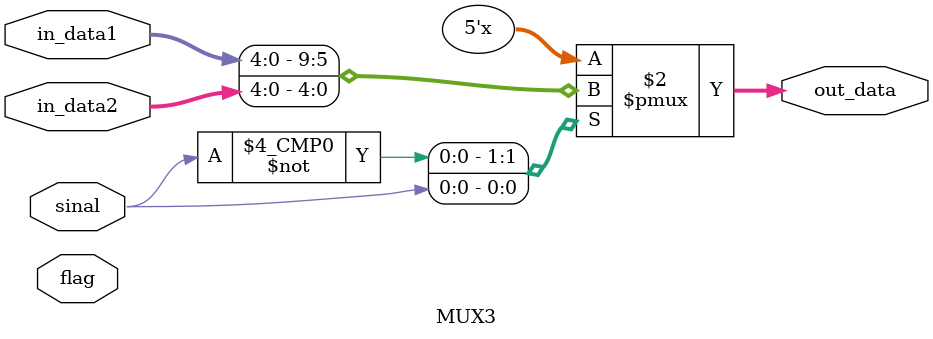
<source format=v>
module MUX3(flag, sinal, in_data1, in_data2, out_data);

parameter                    data_bits = 4;
// input                        clk;
input                        sinal;
input 						 flag;
input    [data_bits:0]       in_data1;
input    [data_bits:0]       in_data2;
output   [data_bits:0]       out_data;
reg      [data_bits:0]       out_data;

always @(flag)
begin
    case (sinal)
        2'b00    : out_data = in_data1;
        2'b01    : out_data = in_data2;
        default  : out_data = 5'd31;
    endcase
end

endmodule
</source>
